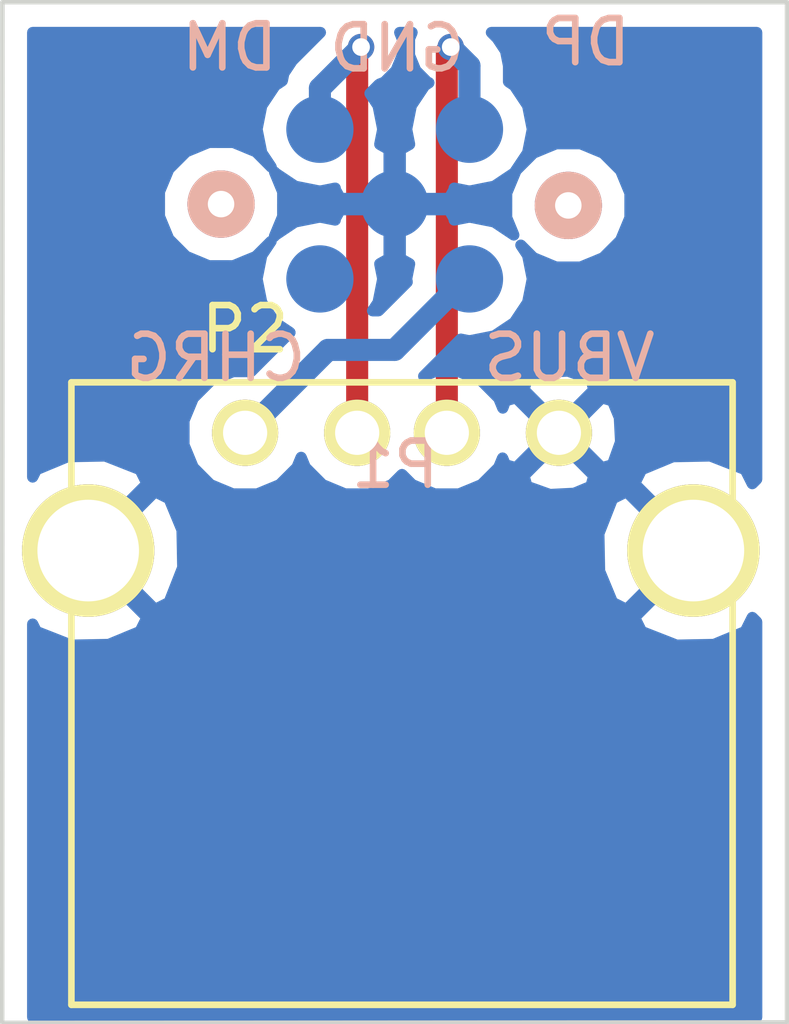
<source format=kicad_pcb>
(kicad_pcb (version 20171130) (host pcbnew "(5.1.12)-1")

  (general
    (thickness 1.6)
    (drawings 4)
    (tracks 14)
    (zones 0)
    (modules 2)
    (nets 6)
  )

  (page A4)
  (layers
    (0 F.Cu signal)
    (31 B.Cu signal)
    (32 B.Adhes user hide)
    (33 F.Adhes user hide)
    (34 B.Paste user hide)
    (35 F.Paste user hide)
    (36 B.SilkS user hide)
    (37 F.SilkS user hide)
    (38 B.Mask user hide)
    (39 F.Mask user hide)
    (40 Dwgs.User user hide)
    (41 Cmts.User user hide)
    (42 Eco1.User user hide)
    (43 Eco2.User user hide)
    (44 Edge.Cuts user)
    (45 Margin user hide)
    (46 B.CrtYd user hide)
    (47 F.CrtYd user hide)
    (48 B.Fab user hide)
    (49 F.Fab user hide)
  )

  (setup
    (last_trace_width 0.5)
    (trace_clearance 0.2)
    (zone_clearance 0.508)
    (zone_45_only no)
    (trace_min 0.5)
    (via_size 0.6)
    (via_drill 0.4)
    (via_min_size 0.4)
    (via_min_drill 0.3)
    (uvia_size 0.3)
    (uvia_drill 0.1)
    (uvias_allowed no)
    (uvia_min_size 0.2)
    (uvia_min_drill 0.1)
    (edge_width 0.1)
    (segment_width 0.2)
    (pcb_text_width 0.3)
    (pcb_text_size 1.5 1.5)
    (mod_edge_width 0.15)
    (mod_text_size 1 1)
    (mod_text_width 0.15)
    (pad_size 1.524 1.524)
    (pad_drill 0)
    (pad_to_mask_clearance 1)
    (solder_mask_min_width 1)
    (aux_axis_origin 0 0)
    (visible_elements 7FFFFFFF)
    (pcbplotparams
      (layerselection 0x010f0_80000001)
      (usegerberextensions true)
      (usegerberattributes true)
      (usegerberadvancedattributes true)
      (creategerberjobfile true)
      (excludeedgelayer true)
      (linewidth 0.100000)
      (plotframeref false)
      (viasonmask false)
      (mode 1)
      (useauxorigin false)
      (hpglpennumber 1)
      (hpglpenspeed 20)
      (hpglpendiameter 15.000000)
      (psnegative false)
      (psa4output false)
      (plotreference true)
      (plotvalue true)
      (plotinvisibletext false)
      (padsonsilk false)
      (subtractmaskfromsilk false)
      (outputformat 1)
      (mirror false)
      (drillshape 0)
      (scaleselection 1)
      (outputdirectory "geb2/"))
  )

  (net 0 "")
  (net 1 "Net-(P1-Pad5)")
  (net 2 "Net-(P1-Pad4)")
  (net 3 "Net-(P1-Pad2)")
  (net 4 GND)
  (net 5 "Net-(P1-Pad1)")

  (net_class Default "This is the default net class."
    (clearance 0.2)
    (trace_width 0.5)
    (via_dia 0.6)
    (via_drill 0.4)
    (uvia_dia 0.3)
    (uvia_drill 0.1)
    (add_net GND)
    (add_net "Net-(P1-Pad1)")
    (add_net "Net-(P1-Pad2)")
    (add_net "Net-(P1-Pad4)")
    (add_net "Net-(P1-Pad5)")
  )

  (module fairphone:fp2_p5_connector (layer B.Cu) (tedit 55E9025E) (tstamp 55E8A979)
    (at 151.892 99.822)
    (path /55E7DD4F)
    (fp_text reference P1 (at 0.01 5.9) (layer B.SilkS)
      (effects (font (size 1 1) (thickness 0.15)) (justify mirror))
    )
    (fp_text value FP2-MODULE_5-CONNECTOR (at -0.05 4.89) (layer B.Fab)
      (effects (font (size 1 1) (thickness 0.15)) (justify mirror))
    )
    (fp_text user DM (at -3.74 -3.55) (layer B.SilkS)
      (effects (font (size 1 1) (thickness 0.15)) (justify mirror))
    )
    (fp_text user DP (at 4.33 -3.67) (layer B.SilkS)
      (effects (font (size 1 1) (thickness 0.15)) (justify mirror))
    )
    (fp_text user GND (at 0.06 -3.53) (layer B.SilkS)
      (effects (font (size 1 1) (thickness 0.15)) (justify mirror))
    )
    (fp_text user CHRG (at -4.05 3.48) (layer B.SilkS)
      (effects (font (size 1 1) (thickness 0.15)) (justify mirror))
    )
    (fp_text user VBUS (at 3.96 3.48) (layer B.SilkS)
      (effects (font (size 1 1) (thickness 0.15)) (justify mirror))
    )
    (pad 5 smd oval (at -1.695 -1.695) (size 1.524 1.524) (layers B.Cu B.Paste B.Mask)
      (net 1 "Net-(P1-Pad5)") (solder_mask_margin 1))
    (pad 4 smd oval (at 1.695 -1.695) (size 1.524 1.524) (layers B.Cu B.Paste)
      (net 2 "Net-(P1-Pad4)") (solder_mask_margin 1))
    (pad 2 smd oval (at -1.695 1.695) (size 1.524 1.524) (layers B.Cu B.Paste B.Mask)
      (net 3 "Net-(P1-Pad2)") (solder_mask_margin 1))
    (pad 3 smd oval (at 0 0) (size 1.524 1.524) (layers B.Cu B.Paste B.Mask)
      (net 4 GND) (solder_mask_margin 1))
    (pad 1 smd oval (at 1.695 1.695) (size 1.524 1.524) (layers B.Cu B.Paste B.Mask)
      (net 5 "Net-(P1-Pad1)") (solder_mask_margin 1))
    (pad "" thru_hole circle (at -3.935 0) (size 1.524 1.524) (drill 0.6) (layers *.Cu *.Mask B.SilkS))
    (pad "" thru_hole circle (at 3.935 0.03) (size 1.524 1.524) (drill 0.6) (layers *.Cu *.Mask B.SilkS))
  )

  (module Connect:USB_A (layer F.Cu) (tedit 5543E289) (tstamp 55E8A98B)
    (at 148.5011 105.0036)
    (descr "USB A connector")
    (tags "USB USB_A")
    (path /55E6CAE4)
    (fp_text reference P2 (at 0 -2.35) (layer F.SilkS)
      (effects (font (size 1 1) (thickness 0.15)))
    )
    (fp_text value USB_A (at 3.83794 7.43458) (layer F.Fab)
      (effects (font (size 1 1) (thickness 0.15)))
    )
    (fp_line (start 11.04986 12.95188) (end -3.93614 12.95188) (layer F.SilkS) (width 0.15))
    (fp_line (start 11.04986 -1.14512) (end -3.93614 -1.14512) (layer F.SilkS) (width 0.15))
    (fp_line (start -3.93614 12.95188) (end -3.93614 -1.14512) (layer F.SilkS) (width 0.15))
    (fp_line (start 11.04986 -1.14512) (end 11.04986 12.95188) (layer F.SilkS) (width 0.15))
    (fp_line (start -5.3 -1.4) (end 11.95 -1.4) (layer F.CrtYd) (width 0.05))
    (fp_line (start -5.3 13.2) (end 11.95 13.2) (layer F.CrtYd) (width 0.05))
    (fp_line (start 11.95 -1.4) (end 11.95 13.2) (layer F.CrtYd) (width 0.05))
    (fp_line (start -5.3 13.2) (end -5.3 -1.4) (layer F.CrtYd) (width 0.05))
    (pad 4 thru_hole circle (at 7.11286 -0.00212 270) (size 1.50114 1.50114) (drill 1.00076) (layers *.Cu *.Mask F.SilkS)
      (net 4 GND))
    (pad 3 thru_hole circle (at 4.57286 -0.00212 270) (size 1.50114 1.50114) (drill 1.00076) (layers *.Cu *.Mask F.SilkS)
      (net 2 "Net-(P1-Pad4)"))
    (pad 2 thru_hole circle (at 2.54086 -0.00212 270) (size 1.50114 1.50114) (drill 1.00076) (layers *.Cu *.Mask F.SilkS)
      (net 1 "Net-(P1-Pad5)"))
    (pad 1 thru_hole circle (at 0.00086 -0.00212 270) (size 1.50114 1.50114) (drill 1.00076) (layers *.Cu *.Mask F.SilkS)
      (net 5 "Net-(P1-Pad1)"))
    (pad 5 thru_hole circle (at 10.16086 2.66488 270) (size 2.99974 2.99974) (drill 2.30124) (layers *.Cu *.Mask F.SilkS)
      (net 4 GND))
    (pad 5 thru_hole circle (at -3.55514 2.66488 270) (size 2.99974 2.99974) (drill 2.30124) (layers *.Cu *.Mask F.SilkS)
      (net 4 GND))
    (model Connect.3dshapes/USB_A.wrl
      (offset (xyz 3.555999946594238 0 0))
      (scale (xyz 1 1 1))
      (rotate (xyz 0 0 90))
    )
  )

  (gr_line (start 143.00708 118.364) (end 160.782 118.35384) (layer Edge.Cuts) (width 0.1) (tstamp 652DDFE9))
  (gr_line (start 143.002 95.25) (end 142.99692 118.35384) (angle 90) (layer Edge.Cuts) (width 0.1))
  (gr_line (start 160.782 118.35384) (end 160.782 95.25) (angle 90) (layer Edge.Cuts) (width 0.1))
  (gr_line (start 143.002 95.25) (end 160.782 95.25) (angle 90) (layer Edge.Cuts) (width 0.1))

  (segment (start 151.04196 105.00148) (end 151.04196 96.35404) (width 0.5) (layer F.Cu) (net 1))
  (segment (start 151.04196 96.35404) (end 151.13 96.266) (width 0.5) (layer F.Cu) (net 1) (tstamp 55E8A9BD))
  (segment (start 150.197 97.199) (end 150.197 98.127) (width 0.5) (layer B.Cu) (net 1) (tstamp 55E8A9C8))
  (segment (start 151.13 96.266) (end 150.197 97.199) (width 0.5) (layer B.Cu) (net 1) (tstamp 55E8A9C7))
  (via (at 151.13 96.266) (size 0.6) (drill 0.4) (layers F.Cu B.Cu) (net 1))
  (segment (start 153.07396 105.00148) (end 153.07396 96.35404) (width 0.5) (layer F.Cu) (net 2))
  (segment (start 153.587 96.691) (end 153.587 98.127) (width 0.5) (layer B.Cu) (net 2) (tstamp 55E8A9DE))
  (segment (start 153.162 96.266) (end 153.587 96.691) (width 0.5) (layer B.Cu) (net 2) (tstamp 55E8A9DD))
  (via (at 153.162 96.266) (size 0.6) (drill 0.4) (layers F.Cu B.Cu) (net 2))
  (segment (start 153.07396 96.35404) (end 153.162 96.266) (width 0.5) (layer F.Cu) (net 2) (tstamp 55E8A9D5))
  (segment (start 153.587 101.517) (end 153.499 101.517) (width 0.5) (layer B.Cu) (net 5))
  (segment (start 153.499 101.517) (end 151.892 103.124) (width 0.5) (layer B.Cu) (net 5) (tstamp 55E8A9E7))
  (segment (start 151.892 103.124) (end 150.37944 103.124) (width 0.5) (layer B.Cu) (net 5) (tstamp 55E8A9F2))
  (segment (start 150.37944 103.124) (end 148.50196 105.00148) (width 0.5) (layer B.Cu) (net 5) (tstamp 55E8A9F6))

  (zone (net 4) (net_name GND) (layer B.Cu) (tstamp 55E8AA0B) (hatch edge 0.508)
    (connect_pads (clearance 0.508))
    (min_thickness 0.254)
    (fill yes (arc_segments 16) (thermal_gap 0.508) (thermal_bridge_width 0.508))
    (polygon
      (pts
        (xy 143.002 118.364) (xy 143.002 95.25) (xy 160.782 95.25) (xy 160.782 118.364)
      )
    )
    (filled_polygon
      (pts
        (xy 149.57121 96.57321) (xy 149.379367 96.860325) (xy 149.379367 96.860326) (xy 149.345681 97.029672) (xy 149.181803 97.139172)
        (xy 148.878971 97.592391) (xy 148.772631 98.127) (xy 148.878971 98.661609) (xy 149.094366 98.98397) (xy 148.74937 98.638371)
        (xy 148.2361 98.425243) (xy 147.680339 98.424758) (xy 147.166697 98.63699) (xy 146.773371 99.02963) (xy 146.560243 99.5429)
        (xy 146.559758 100.098661) (xy 146.77199 100.612303) (xy 147.16463 101.005629) (xy 147.6779 101.218757) (xy 148.233661 101.219242)
        (xy 148.747303 101.00701) (xy 149.093319 100.661598) (xy 148.878971 100.982391) (xy 148.772631 101.517) (xy 148.878971 102.051609)
        (xy 149.181803 102.504828) (xy 149.520633 102.731228) (xy 148.635834 103.616026) (xy 148.227562 103.61567) (xy 147.718123 103.826166)
        (xy 147.328016 104.215593) (xy 147.116631 104.724664) (xy 147.11615 105.275878) (xy 147.326646 105.785317) (xy 147.716073 106.175424)
        (xy 148.225144 106.386809) (xy 148.776358 106.38729) (xy 149.285797 106.176794) (xy 149.675904 105.787367) (xy 149.771935 105.556099)
        (xy 149.866646 105.785317) (xy 150.256073 106.175424) (xy 150.765144 106.386809) (xy 151.316358 106.38729) (xy 151.825797 106.176794)
        (xy 152.058023 105.944973) (xy 152.288073 106.175424) (xy 152.797144 106.386809) (xy 153.348358 106.38729) (xy 153.857797 106.176794)
        (xy 154.061536 105.97341) (xy 154.821635 105.97341) (xy 154.889695 106.214411) (xy 155.408994 106.399247) (xy 155.959498 106.371285)
        (xy 156.338225 106.214411) (xy 156.406285 105.97341) (xy 155.61396 105.181085) (xy 154.821635 105.97341) (xy 154.061536 105.97341)
        (xy 154.247904 105.787367) (xy 154.337339 105.571984) (xy 154.401029 105.725745) (xy 154.64203 105.793805) (xy 155.434355 105.00148)
        (xy 155.793565 105.00148) (xy 156.58589 105.793805) (xy 156.826891 105.725745) (xy 157.011727 105.206446) (xy 156.983765 104.655942)
        (xy 156.826891 104.277215) (xy 156.58589 104.209155) (xy 155.793565 105.00148) (xy 155.434355 105.00148) (xy 154.64203 104.209155)
        (xy 154.401029 104.277215) (xy 154.342191 104.44252) (xy 154.249274 104.217643) (xy 154.061509 104.02955) (xy 154.821635 104.02955)
        (xy 155.61396 104.821875) (xy 156.406285 104.02955) (xy 156.338225 103.788549) (xy 155.818926 103.603713) (xy 155.268422 103.631675)
        (xy 154.889695 103.788549) (xy 154.821635 104.02955) (xy 154.061509 104.02955) (xy 153.859847 103.827536) (xy 153.350776 103.616151)
        (xy 152.799562 103.61567) (xy 152.547943 103.719637) (xy 153.387766 102.879814) (xy 153.559631 102.914) (xy 153.614369 102.914)
        (xy 154.148978 102.80766) (xy 154.602197 102.504828) (xy 154.905029 102.051609) (xy 155.011369 101.517) (xy 154.905029 100.982391)
        (xy 154.750258 100.75076) (xy 155.03463 101.035629) (xy 155.5479 101.248757) (xy 156.103661 101.249242) (xy 156.617303 101.03701)
        (xy 157.010629 100.64437) (xy 157.223757 100.1311) (xy 157.224242 99.575339) (xy 157.01201 99.061697) (xy 156.61937 98.668371)
        (xy 156.1061 98.455243) (xy 155.550339 98.454758) (xy 155.036697 98.66699) (xy 154.643371 99.05963) (xy 154.430243 99.5729)
        (xy 154.429758 100.128661) (xy 154.592594 100.522756) (xy 154.148978 100.22634) (xy 153.614369 100.12) (xy 153.559631 100.12)
        (xy 153.238424 100.183892) (xy 153.24622 100.16507) (xy 153.12372 99.949) (xy 152.019 99.949) (xy 152.019 101.054476)
        (xy 152.230883 101.173871) (xy 152.162631 101.517) (xy 152.176698 101.587722) (xy 151.52542 102.239) (xy 151.389818 102.239)
        (xy 151.515029 102.051609) (xy 151.621369 101.517) (xy 151.553117 101.173871) (xy 151.765 101.054476) (xy 151.765 99.949)
        (xy 150.66028 99.949) (xy 150.53778 100.16507) (xy 150.545576 100.183892) (xy 150.224369 100.12) (xy 150.169631 100.12)
        (xy 149.635022 100.22634) (xy 149.181803 100.529172) (xy 149.16649 100.552089) (xy 149.353757 100.1011) (xy 149.354242 99.545339)
        (xy 149.167537 99.093478) (xy 149.181803 99.114828) (xy 149.635022 99.41766) (xy 150.169631 99.524) (xy 150.224369 99.524)
        (xy 150.545576 99.460108) (xy 150.53778 99.47893) (xy 150.66028 99.695) (xy 151.765 99.695) (xy 151.765 98.589524)
        (xy 151.553117 98.470129) (xy 151.621369 98.127) (xy 151.515029 97.592391) (xy 151.330842 97.316737) (xy 151.538835 97.108745)
        (xy 151.658943 97.059117) (xy 151.922192 96.796327) (xy 152.064838 96.452799) (xy 152.065162 96.080833) (xy 152.004905 95.935)
        (xy 152.28704 95.935) (xy 152.227162 96.079201) (xy 152.226838 96.451167) (xy 152.368883 96.794943) (xy 152.631673 97.058192)
        (xy 152.669494 97.073897) (xy 152.571803 97.139172) (xy 152.268971 97.592391) (xy 152.162631 98.127) (xy 152.230883 98.470129)
        (xy 152.019 98.589524) (xy 152.019 99.695) (xy 153.12372 99.695) (xy 153.24622 99.47893) (xy 153.238424 99.460108)
        (xy 153.559631 99.524) (xy 153.614369 99.524) (xy 154.148978 99.41766) (xy 154.602197 99.114828) (xy 154.905029 98.661609)
        (xy 155.011369 98.127) (xy 154.905029 97.592391) (xy 154.602197 97.139172) (xy 154.472 97.052177) (xy 154.472 96.691005)
        (xy 154.472001 96.691) (xy 154.404633 96.352326) (xy 154.404633 96.352325) (xy 154.21279 96.06521) (xy 154.212787 96.065208)
        (xy 154.082579 95.935) (xy 160.097 95.935) (xy 160.097 106.053832) (xy 159.996231 106.154601) (xy 159.836465 105.835848)
        (xy 159.045743 105.525885) (xy 158.196594 105.542113) (xy 157.487455 105.835848) (xy 157.327688 106.154603) (xy 158.66196 107.488875)
        (xy 158.676103 107.474733) (xy 158.855708 107.654338) (xy 158.841565 107.66848) (xy 158.855708 107.682623) (xy 158.676103 107.862228)
        (xy 158.66196 107.848085) (xy 157.327688 109.182357) (xy 157.487455 109.501112) (xy 158.278177 109.811075) (xy 159.127326 109.794847)
        (xy 159.836465 109.501112) (xy 159.996231 109.182359) (xy 160.097 109.283128) (xy 160.097 118.237) (xy 143.687 118.237)
        (xy 143.687 109.332614) (xy 143.771455 109.501112) (xy 144.562177 109.811075) (xy 145.411326 109.794847) (xy 146.120465 109.501112)
        (xy 146.280232 109.182357) (xy 144.94596 107.848085) (xy 144.931818 107.862228) (xy 144.752213 107.682623) (xy 144.766355 107.66848)
        (xy 145.125565 107.66848) (xy 146.459837 109.002752) (xy 146.778592 108.842985) (xy 147.088555 108.052263) (xy 147.073887 107.284697)
        (xy 156.519365 107.284697) (xy 156.535593 108.133846) (xy 156.829328 108.842985) (xy 157.148083 109.002752) (xy 158.482355 107.66848)
        (xy 157.148083 106.334208) (xy 156.829328 106.493975) (xy 156.519365 107.284697) (xy 147.073887 107.284697) (xy 147.072327 107.203114)
        (xy 146.778592 106.493975) (xy 146.459837 106.334208) (xy 145.125565 107.66848) (xy 144.766355 107.66848) (xy 144.752213 107.654338)
        (xy 144.931818 107.474733) (xy 144.94596 107.488875) (xy 146.280232 106.154603) (xy 146.120465 105.835848) (xy 145.329743 105.525885)
        (xy 144.480594 105.542113) (xy 143.771455 105.835848) (xy 143.687 106.004346) (xy 143.687 95.935) (xy 150.209421 95.935)
      )
    )
  )
)

</source>
